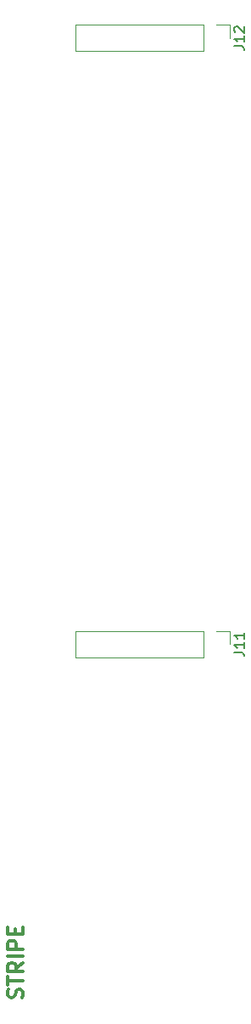
<source format=gto>
%TF.GenerationSoftware,KiCad,Pcbnew,(6.0.1)*%
%TF.CreationDate,2022-10-24T18:54:59-04:00*%
%TF.ProjectId,ER-MIDI-VC4-01_DB,45522d4d-4944-4492-9d56-43342d30315f,1*%
%TF.SameCoordinates,Original*%
%TF.FileFunction,Legend,Top*%
%TF.FilePolarity,Positive*%
%FSLAX46Y46*%
G04 Gerber Fmt 4.6, Leading zero omitted, Abs format (unit mm)*
G04 Created by KiCad (PCBNEW (6.0.1)) date 2022-10-24 18:54:59*
%MOMM*%
%LPD*%
G01*
G04 APERTURE LIST*
%ADD10C,0.375000*%
%ADD11C,0.150000*%
%ADD12C,0.120000*%
G04 APERTURE END LIST*
D10*
X103607142Y-131285714D02*
X103678571Y-131071428D01*
X103678571Y-130714285D01*
X103607142Y-130571428D01*
X103535714Y-130500000D01*
X103392857Y-130428571D01*
X103250000Y-130428571D01*
X103107142Y-130500000D01*
X103035714Y-130571428D01*
X102964285Y-130714285D01*
X102892857Y-131000000D01*
X102821428Y-131142857D01*
X102750000Y-131214285D01*
X102607142Y-131285714D01*
X102464285Y-131285714D01*
X102321428Y-131214285D01*
X102250000Y-131142857D01*
X102178571Y-131000000D01*
X102178571Y-130642857D01*
X102250000Y-130428571D01*
X102178571Y-130000000D02*
X102178571Y-129142857D01*
X103678571Y-129571428D02*
X102178571Y-129571428D01*
X103678571Y-127785714D02*
X102964285Y-128285714D01*
X103678571Y-128642857D02*
X102178571Y-128642857D01*
X102178571Y-128071428D01*
X102250000Y-127928571D01*
X102321428Y-127857142D01*
X102464285Y-127785714D01*
X102678571Y-127785714D01*
X102821428Y-127857142D01*
X102892857Y-127928571D01*
X102964285Y-128071428D01*
X102964285Y-128642857D01*
X103678571Y-127142857D02*
X102178571Y-127142857D01*
X103678571Y-126428571D02*
X102178571Y-126428571D01*
X102178571Y-125857142D01*
X102250000Y-125714285D01*
X102321428Y-125642857D01*
X102464285Y-125571428D01*
X102678571Y-125571428D01*
X102821428Y-125642857D01*
X102892857Y-125714285D01*
X102964285Y-125857142D01*
X102964285Y-126428571D01*
X102892857Y-124928571D02*
X102892857Y-124428571D01*
X103678571Y-124214285D02*
X103678571Y-124928571D01*
X102178571Y-124928571D01*
X102178571Y-124214285D01*
D11*
%TO.C,J11*%
X124782380Y-96809523D02*
X125496666Y-96809523D01*
X125639523Y-96857142D01*
X125734761Y-96952380D01*
X125782380Y-97095238D01*
X125782380Y-97190476D01*
X125782380Y-95809523D02*
X125782380Y-96380952D01*
X125782380Y-96095238D02*
X124782380Y-96095238D01*
X124925238Y-96190476D01*
X125020476Y-96285714D01*
X125068095Y-96380952D01*
X125782380Y-94857142D02*
X125782380Y-95428571D01*
X125782380Y-95142857D02*
X124782380Y-95142857D01*
X124925238Y-95238095D01*
X125020476Y-95333333D01*
X125068095Y-95428571D01*
%TO.C,J12*%
X124782380Y-36309523D02*
X125496666Y-36309523D01*
X125639523Y-36357142D01*
X125734761Y-36452380D01*
X125782380Y-36595238D01*
X125782380Y-36690476D01*
X125782380Y-35309523D02*
X125782380Y-35880952D01*
X125782380Y-35595238D02*
X124782380Y-35595238D01*
X124925238Y-35690476D01*
X125020476Y-35785714D01*
X125068095Y-35880952D01*
X124877619Y-34928571D02*
X124830000Y-34880952D01*
X124782380Y-34785714D01*
X124782380Y-34547619D01*
X124830000Y-34452380D01*
X124877619Y-34404761D01*
X124972857Y-34357142D01*
X125068095Y-34357142D01*
X125210952Y-34404761D01*
X125782380Y-34976190D01*
X125782380Y-34357142D01*
D12*
%TO.C,J11*%
X108970000Y-94670000D02*
X108970000Y-97330000D01*
X121730000Y-94670000D02*
X108970000Y-94670000D01*
X121730000Y-97330000D02*
X108970000Y-97330000D01*
X124330000Y-94670000D02*
X124330000Y-96000000D01*
X121730000Y-94670000D02*
X121730000Y-97330000D01*
X123000000Y-94670000D02*
X124330000Y-94670000D01*
%TO.C,J12*%
X121730000Y-34170000D02*
X108970000Y-34170000D01*
X121730000Y-34170000D02*
X121730000Y-36830000D01*
X108970000Y-34170000D02*
X108970000Y-36830000D01*
X123000000Y-34170000D02*
X124330000Y-34170000D01*
X124330000Y-34170000D02*
X124330000Y-35500000D01*
X121730000Y-36830000D02*
X108970000Y-36830000D01*
%TD*%
M02*

</source>
